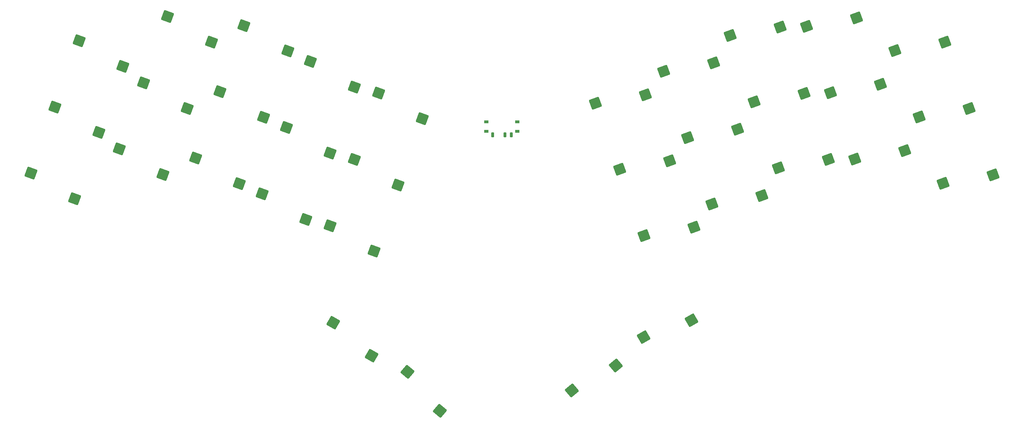
<source format=gbr>
%TF.GenerationSoftware,KiCad,Pcbnew,9.0.1*%
%TF.CreationDate,2025-06-13T01:36:29+02:00*%
%TF.ProjectId,ebbe34,65626265-3334-42e6-9b69-6361645f7063,rev?*%
%TF.SameCoordinates,Original*%
%TF.FileFunction,Paste,Bot*%
%TF.FilePolarity,Positive*%
%FSLAX46Y46*%
G04 Gerber Fmt 4.6, Leading zero omitted, Abs format (unit mm)*
G04 Created by KiCad (PCBNEW 9.0.1) date 2025-06-13 01:36:29*
%MOMM*%
%LPD*%
G01*
G04 APERTURE LIST*
G04 Aperture macros list*
%AMRoundRect*
0 Rectangle with rounded corners*
0 $1 Rounding radius*
0 $2 $3 $4 $5 $6 $7 $8 $9 X,Y pos of 4 corners*
0 Add a 4 corners polygon primitive as box body*
4,1,4,$2,$3,$4,$5,$6,$7,$8,$9,$2,$3,0*
0 Add four circle primitives for the rounded corners*
1,1,$1+$1,$2,$3*
1,1,$1+$1,$4,$5*
1,1,$1+$1,$6,$7*
1,1,$1+$1,$8,$9*
0 Add four rect primitives between the rounded corners*
20,1,$1+$1,$2,$3,$4,$5,0*
20,1,$1+$1,$4,$5,$6,$7,0*
20,1,$1+$1,$6,$7,$8,$9,0*
20,1,$1+$1,$8,$9,$2,$3,0*%
G04 Aperture macros list end*
%ADD10RoundRect,0.250000X-1.387676X-0.353525X0.387676X-1.378525X1.387676X0.353525X-0.387676X1.378525X0*%
%ADD11RoundRect,0.250000X-0.621165X-1.290263X1.305205X-0.589122X0.621165X1.290263X-1.305205X0.589122X0*%
%ADD12RoundRect,0.250000X-1.305205X-0.589122X0.621165X-1.290263X1.305205X0.589122X-0.621165X1.290263X0*%
%ADD13RoundRect,0.250000X-0.387676X-1.378525X1.387676X-0.353525X0.387676X1.378525X-1.387676X0.353525X0*%
%ADD14RoundRect,0.250000X-0.142408X-1.424902X1.427983X-0.107187X0.142408X1.424902X-1.427983X0.107187X0*%
%ADD15RoundRect,0.250000X-1.427983X-0.107187X0.142408X-1.424902X1.427983X0.107187X-0.142408X1.424902X0*%
%ADD16RoundRect,0.090000X-0.210000X-0.535000X0.210000X-0.535000X0.210000X0.535000X-0.210000X0.535000X0*%
%ADD17RoundRect,0.105000X-0.445000X0.245000X-0.445000X-0.245000X0.445000X-0.245000X0.445000X0.245000X0*%
G04 APERTURE END LIST*
D10*
%TO.C,S31*%
X107797174Y-133954903D03*
X117089479Y-141860158D03*
%TD*%
D11*
%TO.C,S16*%
X176746383Y-96938341D03*
X188775139Y-94901423D03*
%TD*%
D12*
%TO.C,S21*%
X35077946Y-97860834D03*
X45601813Y-104032399D03*
%TD*%
%TO.C,S23*%
X74721221Y-94198797D03*
X85245088Y-100370362D03*
%TD*%
D11*
%TO.C,S27*%
X198930089Y-105259113D03*
X210958845Y-103222195D03*
%TD*%
D12*
%TO.C,S13*%
X80535567Y-78224023D03*
X91059434Y-84395588D03*
%TD*%
%TO.C,S4*%
X102355890Y-70901657D03*
X112879757Y-77073222D03*
%TD*%
D11*
%TO.C,S10*%
X242950653Y-68319183D03*
X254979409Y-66282265D03*
%TD*%
%TO.C,S18*%
X209121724Y-80631917D03*
X221150480Y-78594999D03*
%TD*%
D12*
%TO.C,S22*%
X56353171Y-92036125D03*
X66877038Y-98207690D03*
%TD*%
D11*
%TO.C,S9*%
X221675438Y-62494477D03*
X233704194Y-60457559D03*
%TD*%
%TO.C,S29*%
X233304124Y-94444021D03*
X245332880Y-92407103D03*
%TD*%
D12*
%TO.C,S3*%
X86349897Y-62249242D03*
X96873764Y-68420807D03*
%TD*%
%TO.C,S1*%
X46706629Y-65911290D03*
X57230496Y-72082855D03*
%TD*%
D11*
%TO.C,S20*%
X248765004Y-84293957D03*
X260793760Y-82257039D03*
%TD*%
D12*
%TO.C,S11*%
X40892285Y-81886066D03*
X51416152Y-88057631D03*
%TD*%
D11*
%TO.C,S28*%
X214936071Y-96606699D03*
X226964827Y-94569781D03*
%TD*%
D12*
%TO.C,S2*%
X67981847Y-60086571D03*
X78505714Y-66258136D03*
%TD*%
%TO.C,S12*%
X62167517Y-76061355D03*
X72691384Y-82232920D03*
%TD*%
D11*
%TO.C,S26*%
X182560730Y-112913111D03*
X194589486Y-110876193D03*
%TD*%
%TO.C,S8*%
X203307388Y-64657134D03*
X215336144Y-62620216D03*
%TD*%
D12*
%TO.C,S24*%
X90727199Y-102851215D03*
X101251066Y-109022780D03*
%TD*%
D13*
%TO.C,S34*%
X182513036Y-137418712D03*
X194005341Y-133323969D03*
%TD*%
D14*
%TO.C,S33*%
X165223600Y-150280178D03*
X175830265Y-144252024D03*
%TD*%
D12*
%TO.C,S25*%
X107096581Y-110505203D03*
X117620448Y-116676768D03*
%TD*%
%TO.C,S5*%
X118725250Y-78555654D03*
X129249117Y-84727219D03*
%TD*%
D11*
%TO.C,S6*%
X170932034Y-80963557D03*
X182960790Y-78926639D03*
%TD*%
%TO.C,S7*%
X187301412Y-73309559D03*
X199330168Y-71272641D03*
%TD*%
%TO.C,S19*%
X227489776Y-78469245D03*
X239518532Y-76432327D03*
%TD*%
D12*
%TO.C,S15*%
X112910909Y-94530431D03*
X123434776Y-100701996D03*
%TD*%
D15*
%TO.C,S32*%
X125687052Y-145780661D03*
X133465451Y-155179413D03*
%TD*%
D12*
%TO.C,S14*%
X96541541Y-86876443D03*
X107065408Y-93048008D03*
%TD*%
D11*
%TO.C,S30*%
X254579356Y-100268740D03*
X266608112Y-98231822D03*
%TD*%
%TO.C,S17*%
X193115753Y-89284341D03*
X205144509Y-87247423D03*
%TD*%
D16*
%TO.C,SW1*%
X146154158Y-88593753D03*
X149154156Y-88593753D03*
X150654156Y-88593754D03*
D17*
X152104157Y-85443752D03*
X152104156Y-87743753D03*
X144704158Y-85443751D03*
X144704157Y-87743752D03*
%TD*%
M02*

</source>
